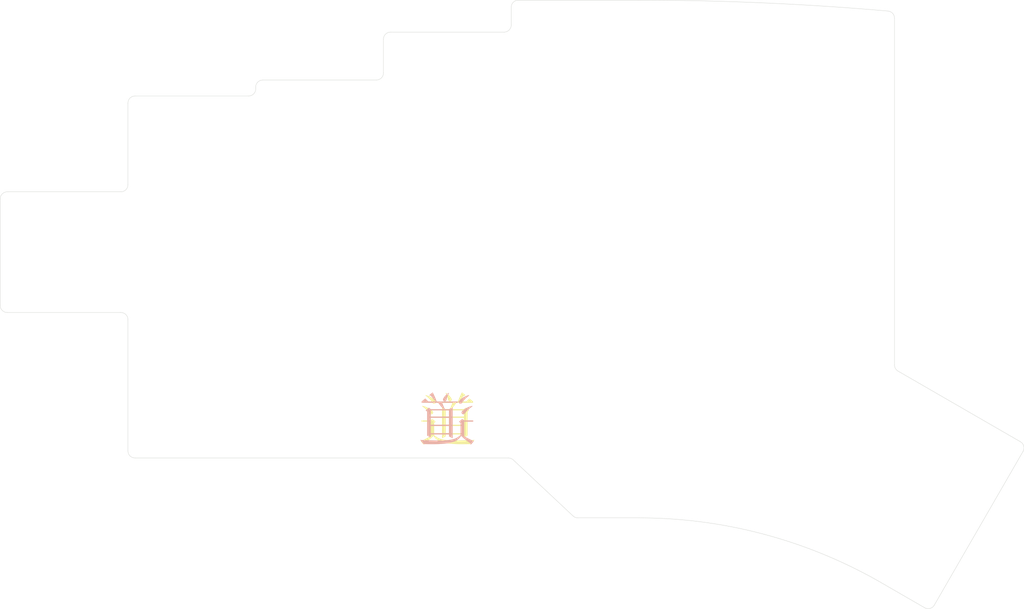
<source format=kicad_pcb>
(kicad_pcb (version 20211014) (generator pcbnew)
  (layers (0 "F.Cu" signal) (31 "B.Cu" signal) (34 "B.Paste" user) (35 "F.Paste" user) (36 "B.SilkS" user "B.Silkscreen") (37 "F.SilkS" user "F.Silkscreen") (38 "B.Mask" user) (39 "F.Mask" user) (44 "Edge.Cuts" user))
  (net 0 "")
  (footprint "dao-choc-ble:Kailh_PG1350_plate_cutout" (layer "F.Cu") (at 9 8.5)
    (fp_text reference "REF**" hide)
    (fp_text value "Kailh_PG1350_plate_cutout" hide)
    (pad "" np_thru_hole oval locked (at 0 6.45) (size 13.9 1) (drill oval 13.9 1) (layers *.Cu *.Mask))
    (pad "" np_thru_hole oval locked (at 6.45 0 90) (size 13.9 1) (drill oval 13.9 1) (layers *.Cu *.Mask))
    (pad "" np_thru_hole oval locked (at -6.45 0 90) (size 13.9 1) (drill oval 13.9 1) (layers *.Cu *.Mask))
    (pad "" np_thru_hole oval locked (at 0 -6.45) (size 13.9 1) (drill oval 13.9 1) (layers *.Cu *.Mask))
  )
  (footprint "dao-choc-ble:Kailh_PG1350_plate_cutout" (layer "F.Cu") (at 9 25.5)
    (fp_text reference "REF**" hide)
    (fp_text value "Kailh_PG1350_plate_cutout" hide)
    (pad "" np_thru_hole oval locked (at 0 -6.45) (size 13.9 1) (drill oval 13.9 1) (layers *.Cu *.Mask))
    (pad "" np_thru_hole oval locked (at 0 6.45) (size 13.9 1) (drill oval 13.9 1) (layers *.Cu *.Mask))
    (pad "" np_thru_hole oval locked (at 6.45 0 90) (size 13.9 1) (drill oval 13.9 1) (layers *.Cu *.Mask))
    (pad "" np_thru_hole oval locked (at -6.45 0 90) (size 13.9 1) (drill oval 13.9 1) (layers *.Cu *.Mask))
  )
  (footprint "dao-choc-ble:Kailh_PG1350_plate_cutout" (layer "F.Cu") (at 9 42.5)
    (fp_text reference "REF**" hide)
    (fp_text value "Kailh_PG1350_plate_cutout" hide)
    (pad "" np_thru_hole oval locked (at 0 6.45) (size 13.9 1) (drill oval 13.9 1) (layers *.Cu *.Mask))
    (pad "" np_thru_hole oval locked (at 6.45 0 90) (size 13.9 1) (drill oval 13.9 1) (layers *.Cu *.Mask))
    (pad "" np_thru_hole oval locked (at 0 -6.45) (size 13.9 1) (drill oval 13.9 1) (layers *.Cu *.Mask))
    (pad "" np_thru_hole oval locked (at -6.45 0 90) (size 13.9 1) (drill oval 13.9 1) (layers *.Cu *.Mask))
  )
  (footprint "dao-choc-ble:Kailh_PG1350_plate_cutout" (layer "F.Cu") (at 27 6.25)
    (fp_text reference "REF**" hide)
    (fp_text value "Kailh_PG1350_plate_cutout" hide)
    (pad "" np_thru_hole oval locked (at 0 6.45) (size 13.9 1) (drill oval 13.9 1) (layers *.Cu *.Mask))
    (pad "" np_thru_hole oval locked (at -6.45 0 90) (size 13.9 1) (drill oval 13.9 1) (layers *.Cu *.Mask))
    (pad "" np_thru_hole oval locked (at 0 -6.45) (size 13.9 1) (drill oval 13.9 1) (layers *.Cu *.Mask))
    (pad "" np_thru_hole oval locked (at 6.45 0 90) (size 13.9 1) (drill oval 13.9 1) (layers *.Cu *.Mask))
  )
  (footprint "dao-choc-ble:Kailh_PG1350_plate_cutout" (layer "F.Cu") (at 27 23.25)
    (fp_text reference "REF**" hide)
    (fp_text value "Kailh_PG1350_plate_cutout" hide)
    (pad "" np_thru_hole oval locked (at -6.45 0 90) (size 13.9 1) (drill oval 13.9 1) (layers *.Cu *.Mask))
    (pad "" np_thru_hole oval locked (at 0 -6.45) (size 13.9 1) (drill oval 13.9 1) (layers *.Cu *.Mask))
    (pad "" np_thru_hole oval locked (at 6.45 0 90) (size 13.9 1) (drill oval 13.9 1) (layers *.Cu *.Mask))
    (pad "" np_thru_hole oval locked (at 0 6.45) (size 13.9 1) (drill oval 13.9 1) (layers *.Cu *.Mask))
  )
  (footprint "dao-choc-ble:Kailh_PG1350_plate_cutout" (layer "F.Cu") (at 27 40.25)
    (fp_text reference "REF**" hide)
    (fp_text value "Kailh_PG1350_plate_cutout" hide)
    (pad "" np_thru_hole oval locked (at 6.45 0 90) (size 13.9 1) (drill oval 13.9 1) (layers *.Cu *.Mask))
    (pad "" np_thru_hole oval locked (at 0 6.45) (size 13.9 1) (drill oval 13.9 1) (layers *.Cu *.Mask))
    (pad "" np_thru_hole oval locked (at 0 -6.45) (size 13.9 1) (drill oval 13.9 1) (layers *.Cu *.Mask))
    (pad "" np_thru_hole oval locked (at -6.45 0 90) (size 13.9 1) (drill oval 13.9 1) (layers *.Cu *.Mask))
  )
  (footprint "dao-choc-ble:Kailh_PG1350_plate_cutout" (layer "F.Cu") (at 45 -0.499999)
    (fp_text reference "REF**" hide)
    (fp_text value "Kailh_PG1350_plate_cutout" hide)
    (pad "" np_thru_hole oval locked (at -6.45 0 90) (size 13.9 1) (drill oval 13.9 1) (layers *.Cu *.Mask))
    (pad "" np_thru_hole oval locked (at 0 6.45) (size 13.9 1) (drill oval 13.9 1) (layers *.Cu *.Mask))
    (pad "" np_thru_hole oval locked (at 6.45 0 90) (size 13.9 1) (drill oval 13.9 1) (layers *.Cu *.Mask))
    (pad "" np_thru_hole oval locked (at 0 -6.45) (size 13.9 1) (drill oval 13.9 1) (layers *.Cu *.Mask))
  )
  (footprint "dao-choc-ble:Kailh_PG1350_plate_cutout" (layer "F.Cu") (at 45 16.500001)
    (fp_text reference "REF**" hide)
    (fp_text value "Kailh_PG1350_plate_cutout" hide)
    (pad "" np_thru_hole oval locked (at -6.45 0 90) (size 13.9 1) (drill oval 13.9 1) (layers *.Cu *.Mask))
    (pad "" np_thru_hole oval locked (at 0 6.45) (size 13.9 1) (drill oval 13.9 1) (layers *.Cu *.Mask))
    (pad "" np_thru_hole oval locked (at 0 -6.45) (size 13.9 1) (drill oval 13.9 1) (layers *.Cu *.Mask))
    (pad "" np_thru_hole oval locked (at 6.45 0 90) (size 13.9 1) (drill oval 13.9 1) (layers *.Cu *.Mask))
  )
  (footprint "dao-choc-ble:Kailh_PG1350_plate_cutout" (layer "F.Cu") (at 45 33.500001)
    (fp_text reference "REF**" hide)
    (fp_text value "Kailh_PG1350_plate_cutout" hide)
    (pad "" np_thru_hole oval locked (at 6.45 0 90) (size 13.9 1) (drill oval 13.9 1) (layers *.Cu *.Mask))
    (pad "" np_thru_hole oval locked (at -6.45 0 90) (size 13.9 1) (drill oval 13.9 1) (layers *.Cu *.Mask))
    (pad "" np_thru_hole oval locked (at 0 6.45) (size 13.9 1) (drill oval 13.9 1) (layers *.Cu *.Mask))
    (pad "" np_thru_hole oval locked (at 0 -6.45) (size 13.9 1) (drill oval 13.9 1) (layers *.Cu *.Mask))
  )
  (footprint "dao-choc-ble:Kailh_PG1350_plate_cutout" (layer "F.Cu") (at 81 -0.499999)
    (fp_text reference "REF**" hide)
    (fp_text value "Kailh_PG1350_plate_cutout" hide)
    (pad "" np_thru_hole oval locked (at -6.45 0 90) (size 13.9 1) (drill oval 13.9 1) (layers *.Cu *.Mask))
    (pad "" np_thru_hole oval locked (at 0 -6.45) (size 13.9 1) (drill oval 13.9 1) (layers *.Cu *.Mask))
    (pad "" np_thru_hole oval locked (at 0 6.45) (size 13.9 1) (drill oval 13.9 1) (layers *.Cu *.Mask))
    (pad "" np_thru_hole oval locked (at 6.45 0 90) (size 13.9 1) (drill oval 13.9 1) (layers *.Cu *.Mask))
  )
  (footprint "dao-choc-ble:Kailh_PG1350_plate_cutout" (layer "F.Cu") (at 81 16.500001)
    (fp_text reference "REF**" hide)
    (fp_text value "Kailh_PG1350_plate_cutout" hide)
    (pad "" np_thru_hole oval locked (at 0 6.45) (size 13.9 1) (drill oval 13.9 1) (layers *.Cu *.Mask))
    (pad "" np_thru_hole oval locked (at 6.45 0 90) (size 13.9 1) (drill oval 13.9 1) (layers *.Cu *.Mask))
    (pad "" np_thru_hole oval locked (at 0 -6.45) (size 13.9 1) (drill oval 13.9 1) (layers *.Cu *.Mask))
    (pad "" np_thru_hole oval locked (at -6.45 0 90) (size 13.9 1) (drill oval 13.9 1) (layers *.Cu *.Mask))
  )
  (footprint "dao-choc-ble:Kailh_PG1350_plate_cutout" (layer "F.Cu") (at 81 33.500001)
    (fp_text reference "REF**" hide)
    (fp_text value "Kailh_PG1350_plate_cutout" hide)
    (pad "" np_thru_hole oval locked (at 0 -6.45) (size 13.9 1) (drill oval 13.9 1) (layers *.Cu *.Mask))
    (pad "" np_thru_hole oval locked (at -6.45 0 90) (size 13.9 1) (drill oval 13.9 1) (layers *.Cu *.Mask))
    (pad "" np_thru_hole oval locked (at 0 6.45) (size 13.9 1) (drill oval 13.9 1) (layers *.Cu *.Mask))
    (pad "" np_thru_hole oval locked (at 6.45 0 90) (size 13.9 1) (drill oval 13.9 1) (layers *.Cu *.Mask))
  )
  (footprint "dao-choc-ble:Kailh_PG1350_plate_cutout" (layer "F.Cu") (at 63 -4.999999)
    (fp_text reference "REF**" hide)
    (fp_text value "Kailh_PG1350_plate_cutout" hide)
    (pad "" np_thru_hole oval locked (at 6.45 0 90) (size 13.9 1) (drill oval 13.9 1) (layers *.Cu *.Mask))
    (pad "" np_thru_hole oval locked (at -6.45 0 90) (size 13.9 1) (drill oval 13.9 1) (layers *.Cu *.Mask))
    (pad "" np_thru_hole oval locked (at 0 -6.45) (size 13.9 1) (drill oval 13.9 1) (layers *.Cu *.Mask))
    (pad "" np_thru_hole oval locked (at 0 6.45) (size 13.9 1) (drill oval 13.9 1) (layers *.Cu *.Mask))
  )
  (footprint "dao-choc-ble:Kailh_PG1350_plate_cutout" (layer "F.Cu") (at 63 12.000001)
    (fp_text reference "REF**" hide)
    (fp_text value "Kailh_PG1350_plate_cutout" hide)
    (pad "" np_thru_hole oval locked (at -6.45 0 90) (size 13.9 1) (drill oval 13.9 1) (layers *.Cu *.Mask))
    (pad "" np_thru_hole oval locked (at 6.45 0 90) (size 13.9 1) (drill oval 13.9 1) (layers *.Cu *.Mask))
    (pad "" np_thru_hole oval locked (at 0 6.45) (size 13.9 1) (drill oval 13.9 1) (layers *.Cu *.Mask))
    (pad "" np_thru_hole oval locked (at 0 -6.45) (size 13.9 1) (drill oval 13.9 1) (layers *.Cu *.Mask))
  )
  (footprint "dao-choc-ble:Kailh_PG1350_plate_cutout" (layer "F.Cu") (at 63 29.000001)
    (fp_text reference "REF**" hide)
    (fp_text value "Kailh_PG1350_plate_cutout" hide)
    (pad "" np_thru_hole oval locked (at 0 6.45) (size 13.9 1) (drill oval 13.9 1) (layers *.Cu *.Mask))
    (pad "" np_thru_hole oval locked (at 0 -6.45) (size 13.9 1) (drill oval 13.9 1) (layers *.Cu *.Mask))
    (pad "" np_thru_hole oval locked (at 6.45 0 90) (size 13.9 1) (drill oval 13.9 1) (layers *.Cu *.Mask))
    (pad "" np_thru_hole oval locked (at -6.45 0 90) (size 13.9 1) (drill oval 13.9 1) (layers *.Cu *.Mask))
  )
  (footprint "dao-choc-ble:Kailh_PG1350_plate_cutout" (layer "F.Cu") (at 98.999999 1.75)
    (fp_text reference "REF**" hide)
    (fp_text value "Kailh_PG1350_plate_cutout" hide)
    (pad "" np_thru_hole oval locked (at -6.45 0 90) (size 13.9 1) (drill oval 13.9 1) (layers *.Cu *.Mask))
    (pad "" np_thru_hole oval locked (at 6.45 0 90) (size 13.9 1) (drill oval 13.9 1) (layers *.Cu *.Mask))
    (pad "" np_thru_hole oval locked (at 0 -6.45) (size 13.9 1) (drill oval 13.9 1) (layers *.Cu *.Mask))
    (pad "" np_thru_hole oval locked (at 0 6.45) (size 13.9 1) (drill oval 13.9 1) (layers *.Cu *.Mask))
  )
  (footprint "dao-choc-ble:Kailh_PG1350_plate_cutout" (layer "F.Cu") (at 98.999999 18.75)
    (fp_text reference "REF**" hide)
    (fp_text value "Kailh_PG1350_plate_cutout" hide)
    (pad "" np_thru_hole oval locked (at 0 6.45) (size 13.9 1) (drill oval 13.9 1) (layers *.Cu *.Mask))
    (pad "" np_thru_hole oval locked (at -6.45 0 90) (size 13.9 1) (drill oval 13.9 1) (layers *.Cu *.Mask))
    (pad "" np_thru_hole oval locked (at 6.45 0 90) (size 13.9 1) (drill oval 13.9 1) (layers *.Cu *.Mask))
    (pad "" np_thru_hole oval locked (at 0 -6.45) (size 13.9 1) (drill oval 13.9 1) (layers *.Cu *.Mask))
  )
  (footprint "dao-choc-ble:Kailh_PG1350_plate_cutout" (layer "F.Cu") (at 98.999999 35.75)
    (fp_text reference "REF**" hide)
    (fp_text value "Kailh_PG1350_plate_cutout" hide)
    (pad "" np_thru_hole oval locked (at 0 -6.45) (size 13.9 1) (drill oval 13.9 1) (layers *.Cu *.Mask))
    (pad "" np_thru_hole oval locked (at 0 6.45) (size 13.9 1) (drill oval 13.9 1) (layers *.Cu *.Mask))
    (pad "" np_thru_hole oval locked (at 6.45 0 90) (size 13.9 1) (drill oval 13.9 1) (layers *.Cu *.Mask))
    (pad "" np_thru_hole oval locked (at -6.45 0 90) (size 13.9 1) (drill oval 13.9 1) (layers *.Cu *.Mask))
  )
  (footprint "dao-choc-ble:Kailh_PG1350_plate_cutout" (layer "F.Cu") (at -8.999999 22)
    (fp_text reference "REF**" hide)
    (fp_text value "Kailh_PG1350_plate_cutout" hide)
    (pad "" np_thru_hole oval locked (at 6.45 0 90) (size 13.9 1) (drill oval 13.9 1) (layers *.Cu *.Mask))
    (pad "" np_thru_hole oval locked (at 0 -6.45) (size 13.9 1) (drill oval 13.9 1) (layers *.Cu *.Mask))
    (pad "" np_thru_hole oval locked (at -6.45 0 90) (size 13.9 1) (drill oval 13.9 1) (layers *.Cu *.Mask))
    (pad "" np_thru_hole oval locked (at 0 6.45) (size 13.9 1) (drill oval 13.9 1) (layers *.Cu *.Mask))
  )
  (footprint "dao-choc-ble:Kailh_PG1350_plate_cutout" (layer "F.Cu") (at 72 50.938152)
    (fp_text reference "REF**" hide)
    (fp_text value "Kailh_PG1350_plate_cutout" hide)
    (pad "" np_thru_hole oval locked (at 6.45 0 90) (size 13.9 1) (drill oval 13.9 1) (layers *.Cu *.Mask))
    (pad "" np_thru_hole oval locked (at -6.45 0 90) (size 13.9 1) (drill oval 13.9 1) (layers *.Cu *.Mask))
    (pad "" np_thru_hole oval locked (at 0 6.45) (size 13.9 1) (drill oval 13.9 1) (layers *.Cu *.Mask))
    (pad "" np_thru_hole oval locked (at 0 -6.45) (size 13.9 1) (drill oval 13.9 1) (layers *.Cu *.Mask))
  )
  (footprint "dao-choc-ble:Kailh_PG1350_plate_cutout" (layer "F.Cu") (at 91.893294 53.557154 -15)
    (fp_text reference "REF**" hide)
    (fp_text value "Kailh_PG1350_plate_cutout" hide)
    (pad "" np_thru_hole oval locked (at -6.45 0 75) (size 13.9 1) (drill oval 13.9 1) (layers *.Cu *.Mask))
    (pad "" np_thru_hole oval locked (at 0 6.45 345) (size 13.9 1) (drill oval 13.9 1) (layers *.Cu *.Mask))
    (pad "" np_thru_hole oval locked (at 0 -6.45 345) (size 13.9 1) (drill oval 13.9 1) (layers *.Cu *.Mask))
    (pad "" np_thru_hole oval locked (at 6.45 0 75) (size 13.9 1) (drill oval 13.9 1) (layers *.Cu *.Mask))
  )
  (footprint "dao-choc-ble:Kailh_PG1350_plate_cutout" (layer "F.Cu") (at 112.49788 56.655552 60)
    (fp_text reference "REF**" hide)
    (fp_text value "Kailh_PG1350_plate_cutout" hide)
    (pad "" np_thru_hole oval locked (at 0 -6.45 60) (size 13.9 1) (drill oval 13.9 1) (layers *.Cu *.Mask))
    (pad "" np_thru_hole oval locked (at 6.45 0 150) (size 13.9 1) (drill oval 13.9 1) (layers *.Cu *.Mask))
    (pad "" np_thru_hole oval locked (at -6.45 0 150) (size 13.9 1) (drill oval 13.9 1) (layers *.Cu *.Mask))
    (pad "" np_thru_hole oval locked (at 0 6.45 60) (size 13.9 1) (drill oval 13.9 1) (layers *.Cu *.Mask))
  )
  (footprint "dao-choc-ble:Hole_2.2mm" (layer "F.Cu") (at 17.707012 17)
    (fp_text reference "REF**" hide)
    (fp_text value "Hole_2.2mm" hide)
    (pad "" np_thru_hole circle locked (at 0 0 270) (size 2.2 2.2) (drill 2.2) (layers *.Cu *.Mask))
  )
  (footprint "dao-choc-ble:Hole_2.2mm" (layer "F.Cu") (at 17.707012 34)
    (fp_text reference "REF**" hide)
    (fp_text value "Hole_2.2mm" hide)
    (pad "" np_thru_hole circle locked (at 0 0 270) (size 2.2 2.2) (drill 2.2) (layers *.Cu *.Mask))
  )
  (footprint "dao-choc-ble:Hole_2.2mm" (layer "F.Cu") (at 70.030923 39.969076)
    (fp_text reference "REF**" hide)
    (fp_text value "Hole_2.2mm" hide)
    (pad "" np_thru_hole circle locked (at 0 0 270) (size 2.2 2.2) (drill 2.2) (layers *.Cu *.Mask))
  )
  (footprint "dao-choc-ble:Hole_2.2mm" (layer "F.Cu") (at 90.292987 10.25)
    (fp_text reference "REF**" hide)
    (fp_text value "Hole_2.2mm" hide)
    (pad "" np_thru_hole circle locked (at 0 0 270) (size 2.2 2.2) (drill 2.2) (layers *.Cu *.Mask))
  )
  (footprint "dao-choc-ble:Hole_2.2mm" (layer "F.Cu") (at 104.958224 47.071539)
    (fp_text reference "REF**" hide)
    (fp_text value "Hole_2.2mm" hide)
    (pad "" np_thru_hole circle locked (at 0 0 270) (size 2.2 2.2) (drill 2.2) (layers *.Cu *.Mask))
  )
  (footprint "dao-choc-ble:dao-logo-small" (layer "F.Cu") (at 45 45.5)
    (fp_text reference "G***" hide)
    (fp_text value "LOGO" hide)
  )
  (footprint "dao-choc-ble:dao-logo-small" (layer "B.Cu") (at 45 45.5 180)
    (fp_text reference "G***" hide)
    (fp_text value "LOGO" hide)
  )
  (gr_arc (start 54 -9.999999) (mid 53.707107 -9.292892) (end 53 -8.999999) (layer "Edge.Cuts") (width 0.05))
  (gr_arc (start 18 -1.249999) (mid 18.292893 -1.957106) (end 19 -2.249999) (layer "Edge.Cuts") (width 0.05))
  (gr_arc (start 107.087227 -11.966793) (mid 107.737301 -11.646169) (end 108 -10.970605) (layer "Edge.Cuts") (width 0.05))
  (gr_arc (start 53.60453 51) (mid 53.972286 51.070078) (end 54.288499 51.270489) (layer "Edge.Cuts") (width 0.05))
  (gr_arc (start 72 -13.499999) (mid 89.560355 -13.116515) (end 107.087227 -11.966793) (layer "Edge.Cuts") (width 0.05))
  (gr_arc (start 125.743071 48.714209) (mid 126.208997 49.321415) (end 126.109096 50.080234) (layer "Edge.Cuts") (width 0.05))
  (gr_line (start 0 12.5) (end 0 1) (layer "Edge.Cuts") (width 0.05))
  (gr_line (start 108.499999 38.758917) (end 125.743071 48.714209) (layer "Edge.Cuts") (width 0.05))
  (gr_line (start 55 -13.499999) (end 71.999999 -13.499999) (layer "Edge.Cuts") (width 0.05))
  (gr_arc (start 17.999999 -0.999999) (mid 17.707106 -0.292893) (end 17 0) (layer "Edge.Cuts") (width 0.05))
  (gr_arc (start 89.693332 61.767524) (mid 97.93001 64.546234) (end 105.74788 68.346895) (layer "Edge.Cuts") (width 0.05))
  (gr_arc (start -17.999999 14.5) (mid -17.707106 13.792893) (end -16.999999 13.5) (layer "Edge.Cuts") (width 0.05))
  (gr_line (start -16.999999 13.5) (end -0.999999 13.5) (layer "Edge.Cuts") (width 0.05))
  (gr_line (start 54 -9.999999) (end 54 -12.499999) (layer "Edge.Cuts") (width 0.05))
  (gr_arc (start 71.999999 59.438152) (mid 80.923003 60.022996) (end 89.693332 61.767523) (layer "Edge.Cuts") (width 0.05))
  (gr_line (start 36 -3.249999) (end 36 -7.999999) (layer "Edge.Cuts") (width 0.05))
  (gr_arc (start 0.000001 12.5) (mid -0.292892 13.207107) (end -0.999999 13.5) (layer "Edge.Cuts") (width 0.05))
  (gr_arc (start -0.999999 30.499999) (mid -0.292893 30.792893) (end 0 31.5) (layer "Edge.Cuts") (width 0.05))
  (gr_arc (start 36 -7.999999) (mid 36.292893 -8.707106) (end 37 -8.999999) (layer "Edge.Cuts") (width 0.05))
  (gr_arc (start 63.395469 59.438152) (mid 63.027713 59.368074) (end 62.7115 59.167663) (layer "Edge.Cuts") (width 0.05))
  (gr_line (start 0 50) (end 0 31.5) (layer "Edge.Cuts") (width 0.05))
  (gr_line (start 53.60453 51) (end 0.999999 51) (layer "Edge.Cuts") (width 0.05))
  (gr_arc (start -16.999999 30.499999) (mid -17.707106 30.207106) (end -17.999999 29.499999) (layer "Edge.Cuts") (width 0.05))
  (gr_arc (start 53.999999 -12.5) (mid 54.292893 -13.207106) (end 55 -13.499999) (layer "Edge.Cuts") (width 0.05))
  (gr_line (start 18 -0.999999) (end 18 -1.249999) (layer "Edge.Cuts") (width 0.05))
  (gr_line (start -0.999999 30.499999) (end -16.999999 30.499999) (layer "Edge.Cuts") (width 0.05))
  (gr_line (start 37 -8.999999) (end 53 -8.999999) (layer "Edge.Cuts") (width 0.05))
  (gr_arc (start 113.609097 71.730869) (mid 113.00189 72.196795) (end 112.243071 72.096895) (layer "Edge.Cuts") (width 0.05))
  (gr_line (start 19 -2.249999) (end 35 -2.249999) (layer "Edge.Cuts") (width 0.05))
  (gr_arc (start 0.999999 50.999999) (mid 0.292893 50.707106) (end 0 50) (layer "Edge.Cuts") (width 0.05))
  (gr_arc (start 108.499999 38.758916) (mid 108.133974 38.392891) (end 107.999999 37.892891) (layer "Edge.Cuts") (width 0.05))
  (gr_line (start 112.243071 72.096895) (end 105.74788 68.346895) (layer "Edge.Cuts") (width 0.05))
  (gr_line (start 72 59.438152) (end 63.395469 59.438152) (layer "Edge.Cuts") (width 0.05))
  (gr_line (start 62.7115 59.167663) (end 54.288499 51.270489) (layer "Edge.Cuts") (width 0.05))
  (gr_arc (start 36 -3.249999) (mid 35.707107 -2.542892) (end 35 -2.249999) (layer "Edge.Cuts") (width 0.05))
  (gr_line (start 0.999999 0) (end 17 0) (layer "Edge.Cuts") (width 0.05))
  (gr_line (start 126.109096 50.080234) (end 113.609096 71.730869) (layer "Edge.Cuts") (width 0.05))
  (gr_arc (start 0 1.000001) (mid 0.292893 0.292894) (end 0.999999 0) (layer "Edge.Cuts") (width 0.05))
  (gr_line (start 108 -10.970605) (end 107.999999 37.892891) (layer "Edge.Cuts") (width 0.05))
  (gr_line (start -17.999999 29.499999) (end -17.999999 14.5) (layer "Edge.Cuts") (width 0.05))
)
</source>
